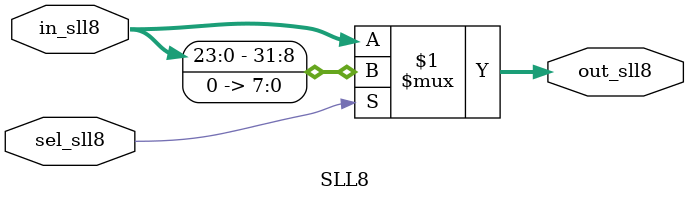
<source format=v>
module SLL8 (in_sll8, sel_sll8, out_sll8);
  input [31:0] in_sll8;
  input sel_sll8;
  output [31:0] out_sll8;
  
  assign out_sll8 = (sel_sll8) ? {in_sll8[23:0],8'b0} : in_sll8;
endmodule

</source>
